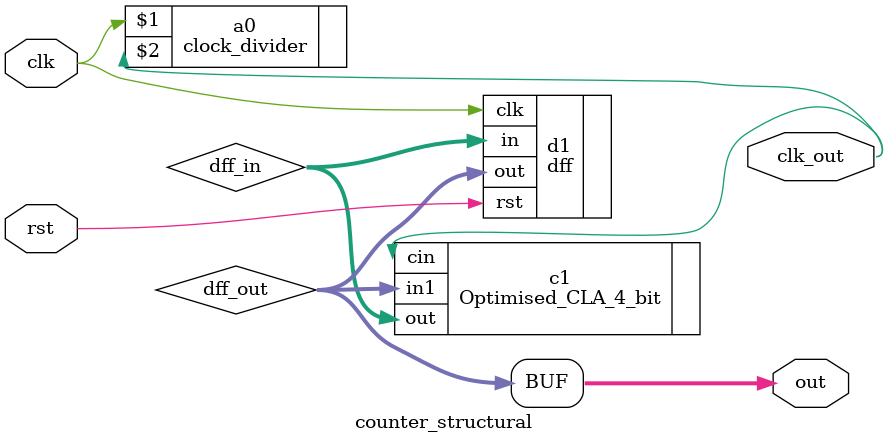
<source format=v>
`timescale 1ns / 1ps
module counter_structural(input clk, input rst, output[3:0] out,output clk_out);
wire[3:0] dff_in;
wire[3:0] dff_out;
clock_divider a0(clk,clk_out);
dff d1(.clk(clk),.rst(rst),.in(dff_in),.out(dff_out));
Optimised_CLA_4_bit c1(.in1(dff_out),.cin(clk_out),.out(dff_in));
assign out = dff_out;
endmodule

</source>
